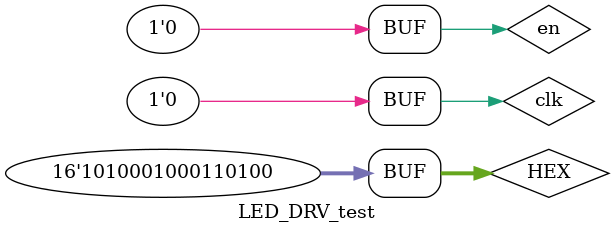
<source format=v>
`timescale 1ns / 1ps


module LED_DRV_test;

	// Inputs
	reg clk;
	reg en;
	reg [15:0] HEX;

	// Outputs
	wire LED_CLK;
	wire LED_CLR;
	wire LED_DO;
	wire LED_EN;

	// Instantiate the Unit Under Test (UUT)
	LED_DRV uut (
		.clk(clk), 
		.en(en), 
		.HEX(HEX), 
		.LED_CLK(LED_CLK), 
		.LED_CLR(LED_CLR), 
		.LED_DO(LED_DO), 
		.LED_EN(LED_EN)
	);

	initial begin
		// Initialize Inputs
		clk = 0;
		en = 0;
		HEX[15:0] = 16'hA234;

		// Wait 100 ns for global reset to finish
		#100;
		// Add stimulus here
		#10;en=1;
		#20;en=0;
	end
     always begin
	 clk=1;#20;
	 clk=0;#20;
	end
endmodule


</source>
